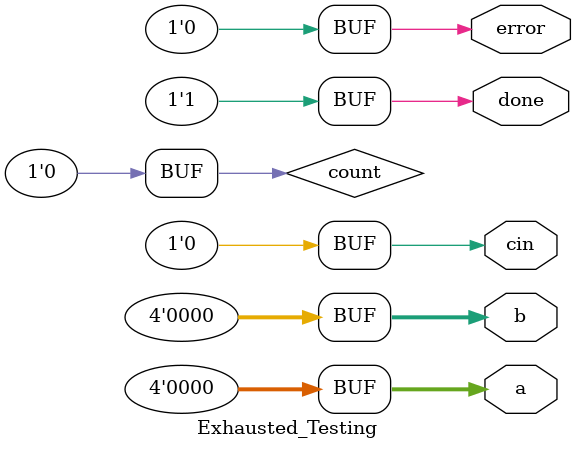
<source format=v>
`timescale 1ns/1ps

module Exhausted_Testing(a, b, cin, error, done);
output [3:0] a, b;
output cin;
output error;
output done;

// input signal to the test instance.
reg [3:0] a = 4'b0000;
reg [3:0] b = 4'b0000;
reg cin = 1'b0;
reg error = 1'b0;
reg done = 1'b0;

// output from the test instance.
wire [3:0] sum;
wire cout;
wire count;

// instantiate the test instance.
Ripple_Carry_Adder rca(
    .a (a), 
    .b (b), 
    .cin (cin),
    .cout (cout),
    .sum (sum)
);

initial begin
    // design you test pattern here.
    // Remember to set the input pattern to the test instance every 5 nanasecond
    // Check the output and set the `error` signal accordingly 1 nanosecond after new input is set.
    // Also set the done signal to 1'b1 5 nanoseconds after the test is finished.
    // Example:
    // setting the input
    // a = 4'b0000;
    // b = 4'b0000;
    // check the output
    // #1
    // check_output;
    // #4
    // setting another input
    // a = 4'b0001;
    // b = 4'b0000;
    //.....
    // #4
    // The last input pattern
    // a = 4'b1111;
    // b = 4'b1111;
    // #1
    // check_output;
    // #4
    // setting the done signal
    // done = 1'b1;
    
    //mine
    a = 4'b0000;
    b = 4'b0000;
    error = 1'b0;
    done = 1'b1;
    
    repeat(2 ** 4) begin
        repeat(2 ** 4) begin
            #1
            if(count < a || count < b) begin
                if(cout == 1'b1) begin
                    if(count != sum) begin
                        error = 1'b1;
                    end
                    else begin
                        error = 1'b0;
                    end
                end
                else begin
                    error = 1'b1;
                end
            end
            else begin
                if(cout == 1'b0) begin
                    if(count != sum) begin
                        error = 1'b1;
                    end
                    else begin
                        error = 1'b0;
                    end
                end
                else begin
                    error = 1'b1;
                end
            end
            
            #4
            a = a + 4'b0001;
        end
        b = b + 4'b0001;
    end
    done = 1'b1;
end
assign count = a + b;

endmodule
</source>
